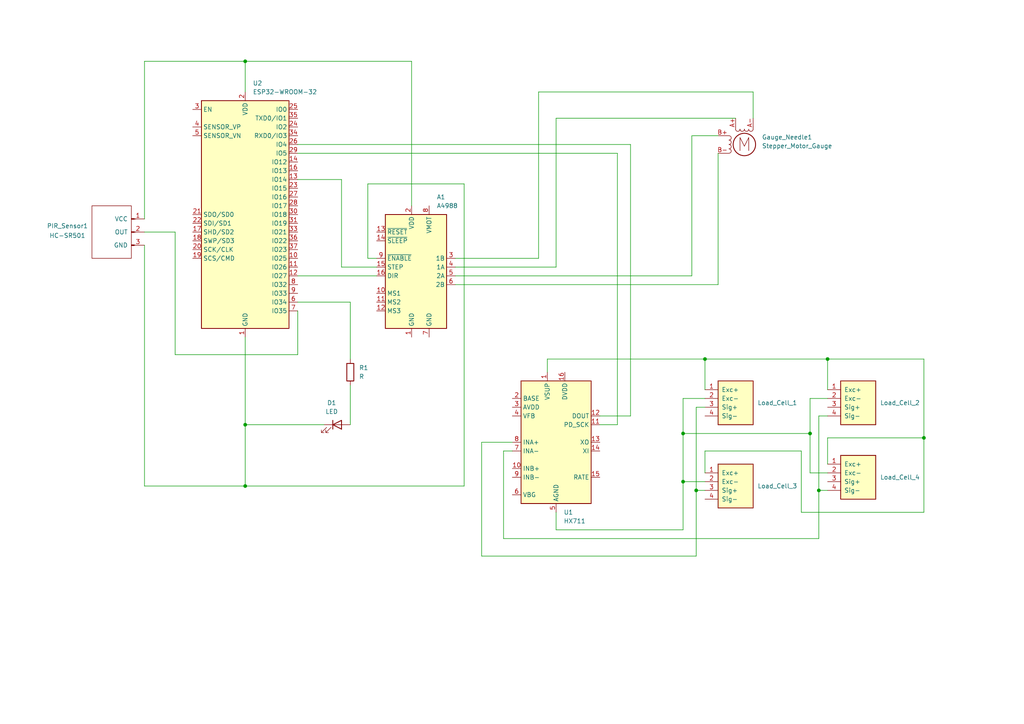
<source format=kicad_sch>
(kicad_sch (version 20231120) (generator "eeschema") (generator_version "8.0")
  (paper "A4")
  (title_block (title "Smart_Litter_Box_Sensor_PCB"))
  (lib_symbols
    (symbol "Analog_ADC:HX711"
      (property "Reference" "U" (at 5.08 21.59 0))
      (property "Value" "HX711" (at 7.62 19.05 0))
      (symbol "HX711_0_1"
        (rectangle (start -10.16 17.78) (end 10.16 -17.78) (stroke (width 0.254)) (fill (type background)))
      )
      (symbol "HX711_1_1"
        (pin power_in line (at -2.54 20.32 270) (length 2.54) (name "VSUP") (number "1"))
        (pin input line (at -12.7 -7.62 0) (length 2.54) (name "INB+") (number "10"))
        (pin input line (at 12.7 5.08 180) (length 2.54) (name "PD_SCK") (number "11"))
        (pin output line (at 12.7 7.62 180) (length 2.54) (name "DOUT") (number "12"))
        (pin passive line (at 12.7 0 180) (length 2.54) (name "XO") (number "13"))
        (pin passive line (at 12.7 -2.54 180) (length 2.54) (name "XI") (number "14"))
        (pin input line (at 12.7 -10.16 180) (length 2.54) (name "RATE") (number "15"))
        (pin power_in line (at 2.54 20.32 270) (length 2.54) (name "DVDD") (number "16"))
        (pin passive line (at -12.7 12.7 0) (length 2.54) (name "BASE") (number "2"))
        (pin power_in line (at -12.7 10.16 0) (length 2.54) (name "AVDD") (number "3"))
        (pin input line (at -12.7 7.62 0) (length 2.54) (name "VFB") (number "4"))
        (pin power_in line (at 0 -20.32 90) (length 2.54) (name "AGND") (number "5"))
        (pin passive line (at -12.7 -15.24 0) (length 2.54) (name "VBG") (number "6"))
        (pin input line (at -12.7 -2.54 0) (length 2.54) (name "INA-") (number "7"))
        (pin input line (at -12.7 0 0) (length 2.54) (name "INA+") (number "8"))
        (pin input line (at -12.7 -10.16 0) (length 2.54) (name "INB-") (number "9"))
      )
    )
    (symbol "Connector:Conn_01x03_Pin" (pin_names (offset 1.016))
      (property "Reference" "PIR_Sensor" (at -18.542 8.128 0))
      (property "Value" "HC-SR501" (at -18.542 5.334 0))
      (symbol "Conn_01x03_Pin_1_1"
        (rectangle (start -11.43 13.97) (end 0 -1.27) (stroke (width 0) (color 132 0 0 1)))
        (polyline (pts (xy 1.27 2.54) (xy 0.8636 2.54)) (stroke (width 0.1524)))
        (polyline (pts (xy 1.27 6.35) (xy 0.8636 6.35)) (stroke (width 0.1524)))
        (polyline (pts (xy 1.27 10.16) (xy 0.8636 10.16)) (stroke (width 0.1524)))
        (rectangle (start 0 10.287) (end 0.8636 10.033) (stroke (width 0.1524)) (fill (type outline)))
        (rectangle (start 0.8636 2.667) (end 0 2.413) (stroke (width 0.1524)) (fill (type outline)))
        (rectangle (start 0.8636 6.477) (end 0 6.223) (stroke (width 0.1524)) (fill (type outline)))
        (pin passive line (at 3.81 10.16 180) (length 3.81) (name "VCC") (number "1"))
        (pin passive line (at 3.81 6.35 180) (length 3.81) (name "OUT") (number "2"))
        (pin passive line (at 3.81 2.54 180) (length 3.81) (name "GND") (number "3"))
      )
    )
    (symbol "Connector_Generic:Conn_01x04" (pin_names (offset 1.016))
      (property "Reference" "Load_Cell_1" (at 10.16 -1.2699 0))
      (symbol "Conn_01x04_1_1"
        (rectangle (start -1.27 5.08) (end 8.89 -7.62) (stroke (width 0.254)) (fill (type background)))
        (pin passive line (at -5.08 2.54 0) (length 3.81) (name "Exc+") (number "1"))
        (pin passive line (at -5.08 0 0) (length 3.81) (name "Exc-") (number "2"))
        (pin passive line (at -5.08 -2.54 0) (length 3.81) (name "Sig+") (number "3"))
        (pin passive line (at -5.08 -5.08 0) (length 3.81) (name "Sig-") (number "4"))
      )
    )
    (symbol "Device:LED" (pin_numbers hide) (pin_names (offset 1.016) hide)
      (property "Reference" "D" (at 0 2.54 0))
      (property "Value" "LED" (at 0 -2.54 0))
      (symbol "LED_0_1"
        (polyline (pts (xy -1.27 -1.27) (xy -1.27 1.27)) (stroke (width 0.254)))
        (polyline (pts (xy -1.27 0) (xy 1.27 0)))
        (polyline (pts (xy 1.27 -1.27) (xy 1.27 1.27) (xy -1.27 0) (xy 1.27 -1.27)) (stroke (width 0.254)))
        (polyline (pts (xy -3.048 -0.762) (xy -4.572 -2.286) (xy -3.81 -2.286) (xy -4.572 -2.286) (xy -4.572 -1.524)))
        (polyline (pts (xy -1.778 -0.762) (xy -3.302 -2.286) (xy -2.54 -2.286) (xy -3.302 -2.286) (xy -3.302 -1.524)))
      )
      (symbol "LED_1_1"
        (pin passive line (at -3.81 0 0) (length 2.54) (name "K") (number "1"))
        (pin passive line (at 3.81 0 180) (length 2.54) (name "A") (number "2"))
      )
    )
    (symbol "Device:R" (pin_numbers hide) (pin_names (offset 0))
      (property "Reference" "R" (at 2.032 0 90))
      (property "Value" "R" (at 0 0 90))
      (symbol "R_0_1"
        (rectangle (start -1.016 -2.54) (end 1.016 2.54) (stroke (width 0.254)))
      )
      (symbol "R_1_1"
        (pin passive line (at 0 3.81 270) (length 1.27) (name "~") (number "1"))
        (pin passive line (at 0 -3.81 90) (length 1.27) (name "~") (number "2"))
      )
    )
    (symbol "Driver_Motor:Pololu_Breakout_A4988"
      (property "Reference" "A" (at -2.54 19.05 0))
      (property "Value" "Pololu_Breakout_A4988" (at -2.54 16.51 0))
      (symbol "Pololu_Breakout_A4988_0_1"
        (rectangle (start 10.16 -17.78) (end -7.62 15.24) (stroke (width 0.254)) (fill (type background)))
      )
      (symbol "Pololu_Breakout_A4988_1_1"
        (pin power_in line (at 0 -20.32 90) (length 2.54) (name "GND") (number "1"))
        (pin input line (at -10.16 -7.62 0) (length 2.54) (name "MS1") (number "10"))
        (pin input line (at -10.16 -10.16 0) (length 2.54) (name "MS2") (number "11"))
        (pin input line (at -10.16 -12.7 0) (length 2.54) (name "MS3") (number "12"))
        (pin input line (at -10.16 10.16 0) (length 2.54) (name "~{RESET}") (number "13"))
        (pin input line (at -10.16 7.62 0) (length 2.54) (name "~{SLEEP}") (number "14"))
        (pin input line (at -10.16 0 0) (length 2.54) (name "STEP") (number "15"))
        (pin input line (at -10.16 -2.54 0) (length 2.54) (name "DIR") (number "16"))
        (pin power_in line (at 0 17.78 270) (length 2.54) (name "VDD") (number "2"))
        (pin output line (at 12.7 2.54 180) (length 2.54) (name "1B") (number "3"))
        (pin output line (at 12.7 0 180) (length 2.54) (name "1A") (number "4"))
        (pin output line (at 12.7 -2.54 180) (length 2.54) (name "2A") (number "5"))
        (pin output line (at 12.7 -5.08 180) (length 2.54) (name "2B") (number "6"))
        (pin power_in line (at 5.08 -20.32 90) (length 2.54) (name "GND") (number "7"))
        (pin power_in line (at 5.08 17.78 270) (length 2.54) (name "VMOT") (number "8"))
        (pin input line (at -10.16 2.54 0) (length 2.54) (name "~{ENABLE}") (number "9"))
      )
    )
    (symbol "Motor:Stepper_Motor_bipolar" (pin_names (offset 0) hide)
      (property "Reference" "Gauge_Needle" (at 5.08 2.121 0))
      (property "Value" "Stepper_Motor_Gauge" (at 5.08 -0.419 0))
      (symbol "Stepper_Motor_bipolar_0_0"
        (polyline (pts (xy -1.27 -1.778) (xy -1.27 2.032) (xy 0 -0.508) (xy 1.27 2.032) (xy 1.27 -1.778)))
      )
      (symbol "Stepper_Motor_bipolar_0_1"
        (arc (start -4.445 -2.54) (mid -3.8127 -1.905) (end -4.445 -1.27))
        (arc (start -4.445 -1.27) (mid -3.8127 -0.635) (end -4.445 0))
        (arc (start -4.445 0) (mid -3.8127 0.635) (end -4.445 1.27))
        (arc (start -4.445 1.27) (mid -3.8127 1.905) (end -4.445 2.54))
        (arc (start -2.54 4.445) (mid -1.905 3.8127) (end -1.27 4.445))
        (arc (start -1.27 4.445) (mid -0.635 3.8127) (end 0 4.445))
        (polyline (pts (xy -5.08 -2.54) (xy -4.445 -2.54)))
        (polyline (pts (xy -5.08 2.54) (xy -4.445 2.54)))
        (polyline (pts (xy -2.54 5.08) (xy -2.54 4.445)))
        (polyline (pts (xy 2.54 5.08) (xy 2.54 4.445)))
        (circle (center 0 0) (radius 3.2512) (stroke (width 0.254)))
        (arc (start 0 4.445) (mid 0.635 3.8127) (end 1.27 4.445))
        (arc (start 1.27 4.445) (mid 1.905 3.8127) (end 2.54 4.445))
      )
      (symbol "Stepper_Motor_bipolar_1_1"
        (pin passive line (at -2.54 7.62 270) (length 2.54) (name "~") (number "A+"))
        (pin passive line (at 2.54 7.62 270) (length 2.54) (name "-") (number "A-"))
        (pin passive line (at -7.62 2.54 0) (length 2.54) (name "~") (number "B+"))
        (pin passive line (at -7.62 -2.54 0) (length 2.54) (name "~") (number "B-"))
      )
    )
    (symbol "RF_Module:ESP32-WROOM-32"
      (property "Reference" "U" (at -12.7 34.29 0))
      (property "Value" "ESP32-WROOM-32" (at 1.27 34.29 0))
      (symbol "ESP32-WROOM-32_0_1"
        (rectangle (start -12.7 33.02) (end 12.7 -33.02) (stroke (width 0.254)) (fill (type background)))
      )
      (symbol "ESP32-WROOM-32_1_1"
        (pin power_in line (at 0 -35.56 90) (length 2.54) (name "GND") (number "1"))
        (pin bidirectional line (at 15.24 -12.7 180) (length 2.54) (name "IO25") (number "10"))
        (pin bidirectional line (at 15.24 -15.24 180) (length 2.54) (name "IO26") (number "11"))
        (pin bidirectional line (at 15.24 -17.78 180) (length 2.54) (name "IO27") (number "12"))
        (pin bidirectional line (at 15.24 10.16 180) (length 2.54) (name "IO14") (number "13"))
        (pin bidirectional line (at 15.24 15.24 180) (length 2.54) (name "IO12") (number "14"))
        (pin passive line (at 0 -35.56 90) (length 2.54) hide (name "GND") (number "15"))
        (pin bidirectional line (at 15.24 12.7 180) (length 2.54) (name "IO13") (number "16"))
        (pin bidirectional line (at -15.24 -5.08 0) (length 2.54) (name "SHD/SD2") (number "17"))
        (pin bidirectional line (at -15.24 -7.62 0) (length 2.54) (name "SWP/SD3") (number "18"))
        (pin bidirectional line (at -15.24 -12.7 0) (length 2.54) (name "SCS/CMD") (number "19"))
        (pin power_in line (at 0 35.56 270) (length 2.54) (name "VDD") (number "2"))
        (pin bidirectional line (at -15.24 -10.16 0) (length 2.54) (name "SCK/CLK") (number "20"))
        (pin bidirectional line (at -15.24 0 0) (length 2.54) (name "SDO/SD0") (number "21"))
        (pin bidirectional line (at -15.24 -2.54 0) (length 2.54) (name "SDI/SD1") (number "22"))
        (pin bidirectional line (at 15.24 7.62 180) (length 2.54) (name "IO15") (number "23"))
        (pin bidirectional line (at 15.24 25.4 180) (length 2.54) (name "IO2") (number "24"))
        (pin bidirectional line (at 15.24 30.48 180) (length 2.54) (name "IO0") (number "25"))
        (pin bidirectional line (at 15.24 20.32 180) (length 2.54) (name "IO4") (number "26"))
        (pin bidirectional line (at 15.24 5.08 180) (length 2.54) (name "IO16") (number "27"))
        (pin bidirectional line (at 15.24 2.54 180) (length 2.54) (name "IO17") (number "28"))
        (pin bidirectional line (at 15.24 17.78 180) (length 2.54) (name "IO5") (number "29"))
        (pin input line (at -15.24 30.48 0) (length 2.54) (name "EN") (number "3"))
        (pin bidirectional line (at 15.24 0 180) (length 2.54) (name "IO18") (number "30"))
        (pin bidirectional line (at 15.24 -2.54 180) (length 2.54) (name "IO19") (number "31"))
        (pin no_connect line (at -12.7 -27.94 0) (length 2.54) hide (name "NC") (number "32"))
        (pin bidirectional line (at 15.24 -5.08 180) (length 2.54) (name "IO21") (number "33"))
        (pin bidirectional line (at 15.24 22.86 180) (length 2.54) (name "RXD0/IO3") (number "34"))
        (pin bidirectional line (at 15.24 27.94 180) (length 2.54) (name "TXD0/IO1") (number "35"))
        (pin bidirectional line (at 15.24 -7.62 180) (length 2.54) (name "IO22") (number "36"))
        (pin bidirectional line (at 15.24 -10.16 180) (length 2.54) (name "IO23") (number "37"))
        (pin passive line (at 0 -35.56 90) (length 2.54) hide (name "GND") (number "38"))
        (pin passive line (at 0 -35.56 90) (length 2.54) hide (name "GND") (number "39"))
        (pin input line (at -15.24 25.4 0) (length 2.54) (name "SENSOR_VP") (number "4"))
        (pin input line (at -15.24 22.86 0) (length 2.54) (name "SENSOR_VN") (number "5"))
        (pin input line (at 15.24 -25.4 180) (length 2.54) (name "IO34") (number "6"))
        (pin input line (at 15.24 -27.94 180) (length 2.54) (name "IO35") (number "7"))
        (pin bidirectional line (at 15.24 -20.32 180) (length 2.54) (name "IO32") (number "8"))
        (pin bidirectional line (at 15.24 -22.86 180) (length 2.54) (name "IO33") (number "9"))
      )
    )
  )
  (junction (at 240.03 104.14))
  (junction (at 71.12 17.78))
  (junction (at 198.12 125.73))
  (junction (at 71.12 140.97))
  (junction (at 204.47 104.14))
  (junction (at 201.93 142.24))
  (junction (at 237.49 142.24))
  (junction (at 198.12 139.7))
  (junction (at 267.97 127))
  (junction (at 71.12 123.19))
  (junction (at 234.95 125.73))
  (wire (pts (xy 106.68 53.34) (xy 134.62 53.34)))
  (wire (pts (xy 232.41 130.81) (xy 204.47 130.81)))
  (wire (pts (xy 204.47 115.57) (xy 198.12 115.57)))
  (wire (pts (xy 208.28 82.55) (xy 132.08 82.55)))
  (wire (pts (xy 101.6 111.76) (xy 101.6 123.19)))
  (wire (pts (xy 204.47 113.03) (xy 204.47 104.14)))
  (wire (pts (xy 200.66 80.01) (xy 132.08 80.01)))
  (wire (pts (xy 71.12 140.97) (xy 71.12 123.19)))
  (wire (pts (xy 86.36 41.91) (xy 182.88 41.91)))
  (wire (pts (xy 204.47 118.11) (xy 201.93 118.11)))
  (wire (pts (xy 50.8 67.31) (xy 50.8 102.87)))
  (wire (pts (xy 240.03 104.14) (xy 240.03 113.03)))
  (wire (pts (xy 198.12 139.7) (xy 204.47 139.7)))
  (wire (pts (xy 237.49 156.21) (xy 146.05 156.21)))
  (wire (pts (xy 41.91 71.12) (xy 41.91 140.97)))
  (wire (pts (xy 208.28 44.45) (xy 208.28 82.55)))
  (wire (pts (xy 240.03 104.14) (xy 267.97 104.14)))
  (wire (pts (xy 234.95 125.73) (xy 234.95 137.16)))
  (wire (pts (xy 237.49 120.65) (xy 237.49 142.24)))
  (wire (pts (xy 161.29 153.67) (xy 161.29 148.59)))
  (wire (pts (xy 99.06 77.47) (xy 99.06 52.07)))
  (wire (pts (xy 213.36 34.29) (xy 161.29 34.29)))
  (wire (pts (xy 156.21 74.93) (xy 132.08 74.93)))
  (wire (pts (xy 201.93 142.24) (xy 204.47 142.24)))
  (wire (pts (xy 267.97 127) (xy 267.97 104.14)))
  (wire (pts (xy 41.91 17.78) (xy 71.12 17.78)))
  (wire (pts (xy 161.29 34.29) (xy 161.29 77.47)))
  (wire (pts (xy 237.49 142.24) (xy 240.03 142.24)))
  (wire (pts (xy 234.95 137.16) (xy 240.03 137.16)))
  (wire (pts (xy 86.36 102.87) (xy 86.36 90.17)))
  (wire (pts (xy 208.28 39.37) (xy 200.66 39.37)))
  (wire (pts (xy 237.49 142.24) (xy 237.49 156.21)))
  (wire (pts (xy 240.03 134.62) (xy 240.03 127)))
  (wire (pts (xy 267.97 148.59) (xy 232.41 148.59)))
  (wire (pts (xy 240.03 120.65) (xy 237.49 120.65)))
  (wire (pts (xy 146.05 156.21) (xy 146.05 130.81)))
  (wire (pts (xy 218.44 34.29) (xy 218.44 26.67)))
  (wire (pts (xy 41.91 67.31) (xy 50.8 67.31)))
  (wire (pts (xy 139.7 128.27) (xy 139.7 161.29)))
  (wire (pts (xy 240.03 127) (xy 267.97 127)))
  (wire (pts (xy 232.41 148.59) (xy 232.41 130.81)))
  (wire (pts (xy 204.47 104.14) (xy 158.75 104.14)))
  (wire (pts (xy 71.12 140.97) (xy 134.62 140.97)))
  (wire (pts (xy 41.91 140.97) (xy 71.12 140.97)))
  (wire (pts (xy 201.93 161.29) (xy 201.93 142.24)))
  (wire (pts (xy 106.68 74.93) (xy 106.68 53.34)))
  (wire (pts (xy 86.36 44.45) (xy 179.07 44.45)))
  (wire (pts (xy 179.07 123.19) (xy 179.07 44.45)))
  (wire (pts (xy 71.12 123.19) (xy 93.98 123.19)))
  (wire (pts (xy 119.38 59.69) (xy 119.38 17.78)))
  (wire (pts (xy 86.36 80.01) (xy 109.22 80.01)))
  (wire (pts (xy 198.12 153.67) (xy 161.29 153.67)))
  (wire (pts (xy 109.22 74.93) (xy 106.68 74.93)))
  (wire (pts (xy 156.21 26.67) (xy 156.21 74.93)))
  (wire (pts (xy 148.59 128.27) (xy 139.7 128.27)))
  (wire (pts (xy 158.75 104.14) (xy 158.75 107.95)))
  (wire (pts (xy 71.12 123.19) (xy 71.12 97.79)))
  (wire (pts (xy 109.22 77.47) (xy 99.06 77.47)))
  (wire (pts (xy 134.62 53.34) (xy 134.62 140.97)))
  (wire (pts (xy 119.38 17.78) (xy 71.12 17.78)))
  (wire (pts (xy 146.05 130.81) (xy 148.59 130.81)))
  (wire (pts (xy 200.66 39.37) (xy 200.66 80.01)))
  (wire (pts (xy 198.12 125.73) (xy 234.95 125.73)))
  (wire (pts (xy 173.99 120.65) (xy 182.88 120.65)))
  (wire (pts (xy 161.29 77.47) (xy 132.08 77.47)))
  (wire (pts (xy 240.03 115.57) (xy 234.95 115.57)))
  (wire (pts (xy 204.47 104.14) (xy 240.03 104.14)))
  (wire (pts (xy 267.97 127) (xy 267.97 148.59)))
  (wire (pts (xy 71.12 17.78) (xy 71.12 26.67)))
  (wire (pts (xy 101.6 87.63) (xy 101.6 104.14)))
  (wire (pts (xy 50.8 102.87) (xy 86.36 102.87)))
  (wire (pts (xy 182.88 120.65) (xy 182.88 41.91)))
  (wire (pts (xy 99.06 52.07) (xy 86.36 52.07)))
  (wire (pts (xy 204.47 130.81) (xy 204.47 137.16)))
  (wire (pts (xy 198.12 125.73) (xy 198.12 139.7)))
  (wire (pts (xy 218.44 26.67) (xy 156.21 26.67)))
  (wire (pts (xy 198.12 115.57) (xy 198.12 125.73)))
  (wire (pts (xy 201.93 118.11) (xy 201.93 142.24)))
  (wire (pts (xy 173.99 123.19) (xy 179.07 123.19)))
  (wire (pts (xy 41.91 63.5) (xy 41.91 17.78)))
  (wire (pts (xy 234.95 115.57) (xy 234.95 125.73)))
  (wire (pts (xy 86.36 87.63) (xy 101.6 87.63)))
  (wire (pts (xy 198.12 139.7) (xy 198.12 153.67)))
  (wire (pts (xy 139.7 161.29) (xy 201.93 161.29)))
  (symbol (lib_id "RF_Module:ESP32-WROOM-32") (at 71.12 62.23 0) (unit 1)
    (property "Reference" "U2" (at 73.3141 24.13 0) (effects (justify left)))
    (property "Value" "ESP32-WROOM-32" (at 73.3141 26.67 0) (effects (justify left)))
    (property "Footprint" "RF_Module:ESP32-WROOM-32" (effects (hide yes)))
    (property "Datasheet" "https://www.espressif.com/sites/default/files/documentation/esp32-wroom-32_datasheet_en.pdf" (effects (hide yes)))
    (property "Description" "RF Module, ESP32-D0WDQ6 SoC, Wi-Fi 802.11b/g/n, Bluetooth, BLE, 32-bit, 2.7-3.6V, onboard antenna, SMD" (effects (hide yes)))
  )
  (symbol (lib_id "Connector_Generic:Conn_01x04") (at 209.55 139.7 0) (unit 1)
    (property "Reference" "Load_Cell_3" (at 219.71 140.9699 0) (effects (justify left)))
    (property "Value" "Conn_01x04" (effects (hide yes)))
    (property "Footprint" "Battery:BatteryHolder_Keystone_2479_3xAAA" (effects (hide yes)))
    (property "Description" "Generic connector, single row, 01x04, script generated (kicad-library-utils/schlib/autogen/connector/)" (effects (hide yes)))
  )
  (symbol (lib_id "Motor:Stepper_Motor_bipolar") (at 215.9 41.91 0) (unit 1)
    (property "Reference" "Gauge_Needle1" (at 220.98 39.789 0) (effects (justify left)))
    (property "Value" "Stepper_Motor_Gauge" (at 220.98 42.329 0) (effects (justify left)))
    (property "Footprint" "Battery:BatteryHolder_Keystone_2993" (effects (hide yes)))
    (property "Datasheet" "http://www.infineon.com/dgdl/Application-Note-TLE8110EE_driving_UniPolarStepperMotor_V1.1.pdf?fileId=db3a30431be39b97011be5d0aa0a00b0" (effects (hide yes)))
    (property "Description" "4-wire bipolar stepper motor" (effects (hide yes)))
  )
  (symbol (lib_id "Connector_Generic:Conn_01x04") (at 209.55 115.57 0) (unit 1)
    (property "Reference" "Load_Cell_1" (at 219.71 116.8399 0) (effects (justify left)))
    (property "Value" "Conn_01x04" (effects (hide yes)))
    (property "Footprint" "Battery:BatteryHolder_Keystone_3000_1x12mm" (effects (hide yes)))
    (property "Description" "Generic connector, single row, 01x04, script generated (kicad-library-utils/schlib/autogen/connector/)" (effects (hide yes)))
  )
  (symbol (lib_id "Device:LED") (at 97.79 123.19 0) (unit 1)
    (property "Reference" "D1" (at 96.2025 116.84 0))
    (property "Value" "LED" (at 96.2025 119.38 0))
    (property "Footprint" "Battery:BatteryHolder_Keystone_2993" (effects (hide yes)))
    (property "Description" "Light emitting diode" (effects (hide yes)))
  )
  (symbol (lib_id "Analog_ADC:HX711") (at 161.29 128.27 0) (unit 1)
    (property "Reference" "U1" (at 163.4841 148.59 0) (effects (justify left)))
    (property "Value" "HX711" (at 163.4841 151.13 0) (effects (justify left)))
    (property "Footprint" "Package_SO:SOP-16_3.9x9.9mm_P1.27mm" (effects (hide yes)))
    (property "Datasheet" "https://web.archive.org/web/20220615044707/https://akizukidenshi.com/download/ds/avia/hx711.pdf" (effects (hide yes)))
    (property "Description" "24-Bit Analog-to-Digital Converter (ADC) for Weight Scales" (effects (hide yes)))
  )
  (symbol (lib_id "Connector_Generic:Conn_01x04") (at 245.11 137.16 0) (unit 1)
    (property "Reference" "Load_Cell_4" (at 255.27 138.4299 0) (effects (justify left)))
    (property "Value" "Conn_01x04" (effects (hide yes)))
    (property "Footprint" "Battery:BatteryHolder_Keystone_2998_1x6.8mm" (effects (hide yes)))
    (property "Description" "Generic connector, single row, 01x04, script generated (kicad-library-utils/schlib/autogen/connector/)" (effects (hide yes)))
  )
  (symbol (lib_id "Connector_Generic:Conn_01x04") (at 245.11 115.57 0) (unit 1)
    (property "Reference" "Load_Cell_2" (at 255.27 116.8399 0) (effects (justify left)))
    (property "Value" "Conn_01x04" (effects (hide yes)))
    (property "Footprint" "Battery:BatteryHolder_Keystone_3000_1x12mm" (effects (hide yes)))
    (property "Description" "Generic connector, single row, 01x04, script generated (kicad-library-utils/schlib/autogen/connector/)" (effects (hide yes)))
  )
  (symbol (lib_id "Device:R") (at 101.6 107.95 0) (unit 1)
    (property "Reference" "R1" (at 104.14 106.6799 0) (effects (justify left)))
    (property "Value" "R" (at 104.14 109.2199 0) (effects (justify left)))
    (property "Footprint" "Battery:BatteryHolder_Keystone_3002_1x2032" (effects (hide yes)))
    (property "Description" "Resistor" (effects (hide yes)))
  )
  (symbol (lib_id "Driver_Motor:Pololu_Breakout_A4988") (at 119.38 77.47 0) (unit 1)
    (property "Reference" "A1" (at 126.6541 57.15 0) (effects (justify left)))
    (property "Value" "A4988" (at 126.6541 59.69 0) (effects (justify left)))
    (property "Footprint" "Module:Pololu_Breakout-16_15.2x20.3mm" (effects (hide yes)))
    (property "Datasheet" "https://www.pololu.com/product/2980/pictures" (effects (hide yes)))
    (property "Description" "Pololu Breakout Board, Stepper Driver A4988" (effects (hide yes)))
  )
  (symbol (lib_id "Connector:Conn_01x03_Pin") (at 38.1 73.66 0) (unit 1)
    (property "Reference" "PIR_Sensor1" (at 19.558 65.532 0))
    (property "Value" "HC-SR501" (at 19.558 68.326 0))
    (property "Footprint" "Battery:BatteryHolder_Keystone_2479_3xAAA" (effects (hide yes)))
    (property "Description" "Generic connector, single row, 01x03, script generated" (effects (hide yes)))
  )
)
</source>
